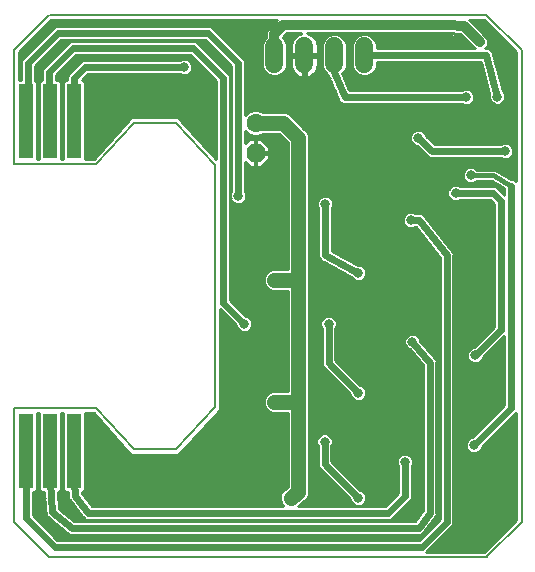
<source format=gbl>
G75*
%MOIN*%
%OFA0B0*%
%FSLAX25Y25*%
%IPPOS*%
%LPD*%
%AMOC8*
5,1,8,0,0,1.08239X$1,22.5*
%
%ADD10C,0.01800*%
%ADD11OC8,0.06300*%
%ADD12C,0.06300*%
%ADD13C,0.05906*%
%ADD14C,0.00600*%
%ADD15C,0.00500*%
%ADD16R,0.05000X0.25000*%
%ADD17R,0.02953X0.02953*%
%ADD18C,0.01000*%
%ADD19C,0.03200*%
%ADD20C,0.02400*%
%ADD21C,0.05000*%
%ADD22C,0.03200*%
%ADD23C,0.01600*%
D10*
X0094998Y0034450D03*
X0094998Y0036950D03*
X0094998Y0039450D03*
X0095028Y0074507D03*
X0095028Y0077007D03*
X0095028Y0079507D03*
X0094999Y0114493D03*
X0094999Y0116993D03*
X0094999Y0119493D03*
D11*
X0085733Y0139954D03*
D12*
X0085733Y0149954D03*
D13*
X0092000Y0169547D02*
X0092000Y0175453D01*
X0102000Y0175453D02*
X0102000Y0169547D01*
X0112000Y0169547D02*
X0112000Y0175453D01*
X0122000Y0175453D02*
X0122000Y0169547D01*
D14*
X0005100Y0055000D02*
X0005100Y0016911D01*
X0016911Y0005100D01*
X0045100Y0041100D02*
X0032600Y0055000D01*
X0005100Y0055000D01*
X0045100Y0041100D02*
X0059100Y0041100D01*
X0072100Y0055100D01*
X0072100Y0136021D01*
X0059100Y0150021D01*
X0045100Y0150021D01*
X0032600Y0136121D01*
X0005100Y0136121D01*
X0005100Y0174250D01*
X0016911Y0186061D01*
X0162580Y0186061D02*
X0174391Y0174250D01*
X0174391Y0016911D01*
X0162580Y0005100D01*
D15*
X0162726Y0005100D02*
X0017100Y0005100D01*
X0017100Y0186021D02*
X0162726Y0186021D01*
D16*
X0025300Y0150500D03*
X0017300Y0150500D03*
X0009300Y0150500D03*
X0009300Y0040500D03*
X0017300Y0040500D03*
X0025300Y0040500D03*
D17*
X0025300Y0030400D03*
X0017300Y0030400D03*
X0009300Y0030400D03*
X0009300Y0160900D03*
X0017300Y0160900D03*
X0025300Y0160900D03*
D18*
X0021700Y0160768D02*
X0020900Y0160768D01*
X0020900Y0161766D02*
X0021700Y0161766D01*
X0021700Y0162765D02*
X0020900Y0162765D01*
X0020900Y0163456D02*
X0020256Y0164100D01*
X0019300Y0164100D01*
X0019300Y0166047D01*
X0025953Y0172700D01*
X0064047Y0172700D01*
X0072700Y0164047D01*
X0072700Y0138020D01*
X0060900Y0150728D01*
X0060900Y0150767D01*
X0060396Y0151271D01*
X0059912Y0151792D01*
X0059873Y0151794D01*
X0059846Y0151821D01*
X0059133Y0151821D01*
X0058422Y0151848D01*
X0058393Y0151821D01*
X0045790Y0151821D01*
X0045749Y0151858D01*
X0045052Y0151821D01*
X0044354Y0151821D01*
X0044315Y0151782D01*
X0044260Y0151779D01*
X0043794Y0151260D01*
X0043300Y0150767D01*
X0043300Y0150712D01*
X0031798Y0137921D01*
X0028900Y0137921D01*
X0028900Y0163456D01*
X0028256Y0164100D01*
X0027853Y0164100D01*
X0029953Y0166200D01*
X0060497Y0166200D01*
X0061463Y0165800D01*
X0062537Y0165800D01*
X0063529Y0166211D01*
X0064289Y0166971D01*
X0064700Y0167963D01*
X0064700Y0169037D01*
X0064289Y0170029D01*
X0063529Y0170789D01*
X0062537Y0171200D01*
X0061463Y0171200D01*
X0060497Y0170800D01*
X0028047Y0170800D01*
X0023000Y0165753D01*
X0023000Y0164100D01*
X0022344Y0164100D01*
X0021700Y0163456D01*
X0021700Y0137921D01*
X0020900Y0137921D01*
X0020900Y0163456D01*
X0020592Y0163763D02*
X0022008Y0163763D01*
X0023000Y0164762D02*
X0019300Y0164762D01*
X0019300Y0165760D02*
X0023008Y0165760D01*
X0024006Y0166759D02*
X0020012Y0166759D01*
X0021010Y0167757D02*
X0025005Y0167757D01*
X0026003Y0168756D02*
X0022009Y0168756D01*
X0023007Y0169754D02*
X0027002Y0169754D01*
X0028000Y0170753D02*
X0024006Y0170753D01*
X0025004Y0171751D02*
X0064996Y0171751D01*
X0065994Y0170753D02*
X0063565Y0170753D01*
X0064403Y0169754D02*
X0066993Y0169754D01*
X0067991Y0168756D02*
X0064700Y0168756D01*
X0064615Y0167757D02*
X0068990Y0167757D01*
X0069988Y0166759D02*
X0064077Y0166759D01*
X0070987Y0165760D02*
X0029513Y0165760D01*
X0028514Y0164762D02*
X0071985Y0164762D01*
X0072700Y0163763D02*
X0028592Y0163763D01*
X0028900Y0162765D02*
X0072700Y0162765D01*
X0072700Y0161766D02*
X0028900Y0161766D01*
X0028900Y0160768D02*
X0072700Y0160768D01*
X0072700Y0159769D02*
X0028900Y0159769D01*
X0028900Y0158771D02*
X0072700Y0158771D01*
X0072700Y0157772D02*
X0028900Y0157772D01*
X0028900Y0156774D02*
X0072700Y0156774D01*
X0072700Y0155775D02*
X0028900Y0155775D01*
X0028900Y0154777D02*
X0072700Y0154777D01*
X0072700Y0153778D02*
X0028900Y0153778D01*
X0028900Y0152780D02*
X0072700Y0152780D01*
X0072700Y0151781D02*
X0059922Y0151781D01*
X0060884Y0150783D02*
X0072700Y0150783D01*
X0072700Y0149784D02*
X0061777Y0149784D01*
X0062704Y0148786D02*
X0072700Y0148786D01*
X0072700Y0147787D02*
X0063631Y0147787D01*
X0064558Y0146789D02*
X0072700Y0146789D01*
X0072700Y0145790D02*
X0065485Y0145790D01*
X0066412Y0144792D02*
X0072700Y0144792D01*
X0072700Y0143793D02*
X0067340Y0143793D01*
X0068267Y0142795D02*
X0072700Y0142795D01*
X0072700Y0141796D02*
X0069194Y0141796D01*
X0070121Y0140798D02*
X0072700Y0140798D01*
X0072700Y0139799D02*
X0071048Y0139799D01*
X0071976Y0138801D02*
X0072700Y0138801D01*
X0077300Y0138801D02*
X0077700Y0138801D01*
X0077700Y0139799D02*
X0077300Y0139799D01*
X0077300Y0140798D02*
X0077700Y0140798D01*
X0077700Y0141796D02*
X0077300Y0141796D01*
X0077300Y0142795D02*
X0077700Y0142795D01*
X0077700Y0143793D02*
X0077300Y0143793D01*
X0077300Y0144792D02*
X0077700Y0144792D01*
X0077700Y0145790D02*
X0077300Y0145790D01*
X0077300Y0146789D02*
X0077700Y0146789D01*
X0077700Y0147787D02*
X0077300Y0147787D01*
X0077300Y0148786D02*
X0077700Y0148786D01*
X0077700Y0149784D02*
X0077300Y0149784D01*
X0077300Y0150783D02*
X0077700Y0150783D01*
X0077700Y0151781D02*
X0077300Y0151781D01*
X0077300Y0152780D02*
X0077700Y0152780D01*
X0077700Y0153778D02*
X0077300Y0153778D01*
X0077300Y0154777D02*
X0077700Y0154777D01*
X0077700Y0155775D02*
X0077300Y0155775D01*
X0077300Y0156774D02*
X0077700Y0156774D01*
X0077700Y0157772D02*
X0077300Y0157772D01*
X0077300Y0158771D02*
X0077700Y0158771D01*
X0077700Y0159769D02*
X0077300Y0159769D01*
X0077300Y0160768D02*
X0077700Y0160768D01*
X0077700Y0161766D02*
X0077300Y0161766D01*
X0077300Y0162765D02*
X0077700Y0162765D01*
X0077700Y0163763D02*
X0077300Y0163763D01*
X0077300Y0164762D02*
X0077700Y0164762D01*
X0077700Y0165760D02*
X0077300Y0165760D01*
X0077300Y0165953D02*
X0075953Y0167300D01*
X0065953Y0177300D01*
X0024047Y0177300D01*
X0022700Y0175953D01*
X0014700Y0167953D01*
X0014700Y0164100D01*
X0014344Y0164100D01*
X0013700Y0163456D01*
X0013700Y0137921D01*
X0012900Y0137921D01*
X0012900Y0163456D01*
X0012300Y0164056D01*
X0012300Y0169047D01*
X0020953Y0177700D01*
X0069047Y0177700D01*
X0077700Y0169047D01*
X0077700Y0127099D01*
X0077300Y0126133D01*
X0077300Y0125059D01*
X0077711Y0124067D01*
X0078471Y0123307D01*
X0079463Y0122896D01*
X0080537Y0122896D01*
X0081529Y0123307D01*
X0082289Y0124067D01*
X0082700Y0125059D01*
X0082700Y0126133D01*
X0082300Y0127099D01*
X0082300Y0136811D01*
X0083807Y0135304D01*
X0085433Y0135304D01*
X0085433Y0139654D01*
X0086033Y0139654D01*
X0086033Y0135304D01*
X0087659Y0135304D01*
X0090383Y0138028D01*
X0090383Y0139654D01*
X0086033Y0139654D01*
X0086033Y0140254D01*
X0090383Y0140254D01*
X0090383Y0141880D01*
X0087659Y0144604D01*
X0086033Y0144604D01*
X0086033Y0140254D01*
X0085433Y0140254D01*
X0085433Y0144604D01*
X0083807Y0144604D01*
X0082300Y0143097D01*
X0082300Y0147377D01*
X0083326Y0146351D01*
X0084888Y0145704D01*
X0086578Y0145704D01*
X0088140Y0146351D01*
X0088143Y0146354D01*
X0093555Y0146354D01*
X0096400Y0143509D01*
X0096400Y0101100D01*
X0091284Y0101100D01*
X0089961Y0100552D01*
X0088948Y0099539D01*
X0088400Y0098216D01*
X0088400Y0096784D01*
X0088948Y0095461D01*
X0089961Y0094448D01*
X0091284Y0093900D01*
X0096400Y0093900D01*
X0096400Y0060600D01*
X0091284Y0060600D01*
X0089961Y0060052D01*
X0088948Y0059039D01*
X0088400Y0057716D01*
X0088400Y0056284D01*
X0088948Y0054961D01*
X0089961Y0053948D01*
X0091284Y0053400D01*
X0096400Y0053400D01*
X0096400Y0028730D01*
X0094692Y0027364D01*
X0094001Y0026109D01*
X0093843Y0024686D01*
X0094242Y0023310D01*
X0095050Y0022300D01*
X0031122Y0022300D01*
X0027808Y0026545D01*
X0027789Y0026900D01*
X0028256Y0026900D01*
X0028900Y0027544D01*
X0028900Y0053200D01*
X0031798Y0053200D01*
X0043300Y0040410D01*
X0043300Y0040354D01*
X0043794Y0039861D01*
X0044260Y0039342D01*
X0044315Y0039339D01*
X0044354Y0039300D01*
X0045052Y0039300D01*
X0045749Y0039263D01*
X0045790Y0039300D01*
X0058393Y0039300D01*
X0058422Y0039274D01*
X0059133Y0039300D01*
X0059846Y0039300D01*
X0059873Y0039327D01*
X0059912Y0039329D01*
X0060396Y0039851D01*
X0060900Y0040354D01*
X0060900Y0040393D01*
X0073396Y0053851D01*
X0073900Y0054354D01*
X0073900Y0054393D01*
X0073926Y0054422D01*
X0073900Y0055133D01*
X0073900Y0087847D01*
X0079311Y0082436D01*
X0079711Y0081471D01*
X0080471Y0080711D01*
X0081463Y0080300D01*
X0082537Y0080300D01*
X0083529Y0080711D01*
X0084289Y0081471D01*
X0084700Y0082463D01*
X0084700Y0083537D01*
X0084289Y0084529D01*
X0083529Y0085289D01*
X0082564Y0085689D01*
X0077300Y0090953D01*
X0077300Y0165953D01*
X0077700Y0166759D02*
X0076494Y0166759D01*
X0075495Y0167757D02*
X0077700Y0167757D01*
X0077700Y0168756D02*
X0074497Y0168756D01*
X0073498Y0169754D02*
X0076993Y0169754D01*
X0075994Y0170753D02*
X0072500Y0170753D01*
X0071501Y0171751D02*
X0074996Y0171751D01*
X0073997Y0172750D02*
X0070503Y0172750D01*
X0069504Y0173748D02*
X0072999Y0173748D01*
X0072000Y0174747D02*
X0068506Y0174747D01*
X0067507Y0175745D02*
X0071002Y0175745D01*
X0070003Y0176744D02*
X0066509Y0176744D01*
X0071516Y0181737D02*
X0090418Y0181737D01*
X0089711Y0181029D02*
X0089300Y0180037D01*
X0089300Y0178484D01*
X0088564Y0177748D01*
X0087947Y0176259D01*
X0087947Y0172840D01*
X0087893Y0172709D01*
X0087893Y0171277D01*
X0087947Y0171146D01*
X0087947Y0168741D01*
X0088564Y0167252D01*
X0089704Y0166111D01*
X0091194Y0165494D01*
X0092806Y0165494D01*
X0094296Y0166111D01*
X0095436Y0167252D01*
X0096053Y0168741D01*
X0096053Y0176259D01*
X0095436Y0177748D01*
X0094751Y0178433D01*
X0096118Y0179800D01*
X0100984Y0179800D01*
X0100957Y0179796D01*
X0100291Y0179579D01*
X0099666Y0179261D01*
X0099099Y0178849D01*
X0098604Y0178354D01*
X0098192Y0177787D01*
X0097873Y0177162D01*
X0097657Y0176495D01*
X0097547Y0175803D01*
X0097547Y0172984D01*
X0101516Y0172984D01*
X0101516Y0172016D01*
X0102484Y0172016D01*
X0102484Y0165116D01*
X0103043Y0165204D01*
X0103709Y0165421D01*
X0104334Y0165739D01*
X0104901Y0166151D01*
X0105396Y0166646D01*
X0105808Y0167213D01*
X0106127Y0167838D01*
X0106343Y0168505D01*
X0106453Y0169197D01*
X0106453Y0172016D01*
X0102484Y0172016D01*
X0102484Y0172984D01*
X0106453Y0172984D01*
X0106453Y0175803D01*
X0106343Y0176495D01*
X0106127Y0177162D01*
X0105808Y0177787D01*
X0105396Y0178354D01*
X0104901Y0178849D01*
X0104334Y0179261D01*
X0103709Y0179579D01*
X0103043Y0179796D01*
X0103016Y0179800D01*
X0149936Y0179800D01*
X0153936Y0179609D01*
X0158211Y0175335D01*
X0158746Y0174800D01*
X0126053Y0174800D01*
X0126053Y0176259D01*
X0125436Y0177748D01*
X0124296Y0178889D01*
X0122806Y0179505D01*
X0121194Y0179505D01*
X0119704Y0178889D01*
X0118564Y0177748D01*
X0117947Y0176259D01*
X0117947Y0168741D01*
X0118564Y0167252D01*
X0119704Y0166111D01*
X0121194Y0165494D01*
X0122806Y0165494D01*
X0124296Y0166111D01*
X0125436Y0167252D01*
X0126053Y0168741D01*
X0126053Y0170200D01*
X0160743Y0170200D01*
X0163652Y0159534D01*
X0163550Y0159287D01*
X0163550Y0158213D01*
X0163961Y0157221D01*
X0164721Y0156461D01*
X0165713Y0156050D01*
X0166787Y0156050D01*
X0167779Y0156461D01*
X0168539Y0157221D01*
X0168950Y0158213D01*
X0168950Y0159287D01*
X0168539Y0160279D01*
X0168096Y0160722D01*
X0164800Y0172808D01*
X0164800Y0173453D01*
X0164558Y0173694D01*
X0164468Y0174024D01*
X0163909Y0174344D01*
X0163453Y0174800D01*
X0163111Y0174800D01*
X0162814Y0174970D01*
X0162277Y0174823D01*
X0162789Y0175335D01*
X0163200Y0176327D01*
X0163200Y0177401D01*
X0162789Y0178394D01*
X0162029Y0179153D01*
X0157062Y0184120D01*
X0156925Y0184271D01*
X0161824Y0184271D01*
X0172591Y0173504D01*
X0172591Y0130661D01*
X0171953Y0131300D01*
X0170828Y0131300D01*
X0166170Y0134017D01*
X0165787Y0134400D01*
X0165514Y0134400D01*
X0165278Y0134538D01*
X0164754Y0134400D01*
X0159418Y0134400D01*
X0159029Y0134789D01*
X0158037Y0135200D01*
X0156963Y0135200D01*
X0155971Y0134789D01*
X0155211Y0134029D01*
X0154800Y0133037D01*
X0154800Y0131963D01*
X0155211Y0130971D01*
X0155971Y0130211D01*
X0156963Y0129800D01*
X0158037Y0129800D01*
X0159029Y0130211D01*
X0159418Y0130600D01*
X0164486Y0130600D01*
X0168700Y0128142D01*
X0168700Y0126053D01*
X0168453Y0126300D01*
X0165953Y0128800D01*
X0154003Y0128800D01*
X0153037Y0129200D01*
X0151963Y0129200D01*
X0150971Y0128789D01*
X0150211Y0128029D01*
X0150165Y0127917D01*
X0149700Y0127453D01*
X0149700Y0125547D01*
X0150165Y0125083D01*
X0150211Y0124971D01*
X0150971Y0124211D01*
X0151963Y0123800D01*
X0153037Y0123800D01*
X0154003Y0124200D01*
X0164047Y0124200D01*
X0165200Y0123047D01*
X0165200Y0081953D01*
X0158436Y0075189D01*
X0157471Y0074789D01*
X0156711Y0074029D01*
X0156300Y0073037D01*
X0156300Y0071963D01*
X0156711Y0070971D01*
X0157471Y0070211D01*
X0158463Y0069800D01*
X0159537Y0069800D01*
X0160529Y0070211D01*
X0161289Y0070971D01*
X0161689Y0071936D01*
X0168700Y0078947D01*
X0168700Y0055953D01*
X0157936Y0045189D01*
X0156971Y0044789D01*
X0156211Y0044029D01*
X0155800Y0043037D01*
X0155800Y0041963D01*
X0156211Y0040971D01*
X0156971Y0040211D01*
X0157963Y0039800D01*
X0159037Y0039800D01*
X0160029Y0040211D01*
X0160789Y0040971D01*
X0161189Y0041936D01*
X0171953Y0052700D01*
X0172591Y0053339D01*
X0172591Y0017657D01*
X0161785Y0006850D01*
X0142603Y0006850D01*
X0151700Y0015947D01*
X0151700Y0105663D01*
X0151797Y0106473D01*
X0151700Y0106596D01*
X0151700Y0106753D01*
X0151123Y0107329D01*
X0142500Y0118296D01*
X0142500Y0118453D01*
X0141923Y0119029D01*
X0141419Y0119671D01*
X0141263Y0119689D01*
X0141153Y0119800D01*
X0140337Y0119800D01*
X0139527Y0119897D01*
X0139404Y0119800D01*
X0139003Y0119800D01*
X0138037Y0120200D01*
X0136963Y0120200D01*
X0135971Y0119789D01*
X0135211Y0119029D01*
X0134800Y0118037D01*
X0134800Y0116963D01*
X0135211Y0115971D01*
X0135971Y0115211D01*
X0136963Y0114800D01*
X0138037Y0114800D01*
X0139003Y0115200D01*
X0139083Y0115200D01*
X0147100Y0105004D01*
X0147100Y0017853D01*
X0140297Y0011050D01*
X0019703Y0011050D01*
X0011600Y0019153D01*
X0011600Y0026900D01*
X0012256Y0026900D01*
X0012900Y0027544D01*
X0012900Y0053200D01*
X0013700Y0053200D01*
X0013700Y0027544D01*
X0014344Y0026900D01*
X0015251Y0026900D01*
X0015690Y0020937D01*
X0015661Y0020902D01*
X0015759Y0019993D01*
X0015826Y0019081D01*
X0015860Y0019052D01*
X0015865Y0019007D01*
X0016576Y0018434D01*
X0017269Y0017836D01*
X0017313Y0017840D01*
X0022961Y0013287D01*
X0023547Y0012700D01*
X0023688Y0012700D01*
X0023798Y0012611D01*
X0024623Y0012700D01*
X0139422Y0012700D01*
X0139468Y0012666D01*
X0139701Y0012700D01*
X0141032Y0012700D01*
X0141259Y0012927D01*
X0141353Y0012940D01*
X0141590Y0013258D01*
X0142379Y0014047D01*
X0142379Y0014316D01*
X0145494Y0018491D01*
X0146050Y0019047D01*
X0146050Y0019237D01*
X0146163Y0019388D01*
X0146050Y0020166D01*
X0146050Y0069887D01*
X0146132Y0070723D01*
X0146050Y0070823D01*
X0146050Y0070953D01*
X0145456Y0071547D01*
X0140710Y0077326D01*
X0140710Y0077527D01*
X0140299Y0078519D01*
X0139539Y0079279D01*
X0138547Y0079690D01*
X0137473Y0079690D01*
X0136481Y0079279D01*
X0135721Y0078519D01*
X0135310Y0077527D01*
X0135310Y0076453D01*
X0135721Y0075461D01*
X0136481Y0074701D01*
X0137137Y0074429D01*
X0141450Y0069177D01*
X0141450Y0020763D01*
X0138866Y0017300D01*
X0025312Y0017300D01*
X0020271Y0021364D01*
X0019864Y0026900D01*
X0020256Y0026900D01*
X0020900Y0027544D01*
X0020900Y0053200D01*
X0021700Y0053200D01*
X0021700Y0027544D01*
X0022344Y0026900D01*
X0023183Y0026900D01*
X0023242Y0025780D01*
X0023151Y0025036D01*
X0023292Y0024855D01*
X0023304Y0024626D01*
X0023862Y0024125D01*
X0027700Y0019209D01*
X0027700Y0019047D01*
X0028274Y0018473D01*
X0028773Y0017834D01*
X0028933Y0017814D01*
X0029047Y0017700D01*
X0029859Y0017700D01*
X0030664Y0017601D01*
X0030791Y0017700D01*
X0130953Y0017700D01*
X0137820Y0024567D01*
X0137820Y0035477D01*
X0138220Y0036443D01*
X0138220Y0037517D01*
X0137809Y0038509D01*
X0137049Y0039269D01*
X0136057Y0039680D01*
X0134983Y0039680D01*
X0133991Y0039269D01*
X0133231Y0038509D01*
X0132820Y0037517D01*
X0132820Y0036443D01*
X0133220Y0035477D01*
X0133220Y0026473D01*
X0129047Y0022300D01*
X0099888Y0022300D01*
X0101850Y0023870D01*
X0102039Y0023948D01*
X0102405Y0024313D01*
X0102808Y0024636D01*
X0102907Y0024816D01*
X0103052Y0024961D01*
X0103250Y0025438D01*
X0103499Y0025891D01*
X0103522Y0026095D01*
X0103600Y0026284D01*
X0103600Y0026801D01*
X0103657Y0027314D01*
X0103600Y0027511D01*
X0103600Y0145716D01*
X0103052Y0147039D01*
X0102039Y0148052D01*
X0097085Y0153006D01*
X0095762Y0153554D01*
X0088143Y0153554D01*
X0088140Y0153557D01*
X0086578Y0154204D01*
X0084888Y0154204D01*
X0083326Y0153557D01*
X0082300Y0152532D01*
X0082300Y0170953D01*
X0070953Y0182300D01*
X0019047Y0182300D01*
X0017700Y0180953D01*
X0007700Y0170953D01*
X0007700Y0164100D01*
X0006900Y0164100D01*
X0006900Y0173504D01*
X0017667Y0184271D01*
X0092953Y0184271D01*
X0092711Y0184029D01*
X0089711Y0181029D01*
X0089590Y0180738D02*
X0072515Y0180738D01*
X0073513Y0179739D02*
X0089300Y0179739D01*
X0089300Y0178741D02*
X0074512Y0178741D01*
X0075510Y0177742D02*
X0088562Y0177742D01*
X0088148Y0176744D02*
X0076509Y0176744D01*
X0077507Y0175745D02*
X0087947Y0175745D01*
X0087947Y0174747D02*
X0078506Y0174747D01*
X0079504Y0173748D02*
X0087947Y0173748D01*
X0087910Y0172750D02*
X0080503Y0172750D01*
X0081501Y0171751D02*
X0087893Y0171751D01*
X0087947Y0170753D02*
X0082300Y0170753D01*
X0082300Y0169754D02*
X0087947Y0169754D01*
X0087947Y0168756D02*
X0082300Y0168756D01*
X0082300Y0167757D02*
X0088355Y0167757D01*
X0089057Y0166759D02*
X0082300Y0166759D01*
X0082300Y0165760D02*
X0090552Y0165760D01*
X0093448Y0165760D02*
X0099637Y0165760D01*
X0099666Y0165739D02*
X0100291Y0165421D01*
X0100957Y0165204D01*
X0101516Y0165116D01*
X0101516Y0172016D01*
X0097547Y0172016D01*
X0097547Y0169197D01*
X0097657Y0168505D01*
X0097873Y0167838D01*
X0098192Y0167213D01*
X0098604Y0166646D01*
X0099099Y0166151D01*
X0099666Y0165739D01*
X0098522Y0166759D02*
X0094943Y0166759D01*
X0095645Y0167757D02*
X0097915Y0167757D01*
X0097617Y0168756D02*
X0096053Y0168756D01*
X0096053Y0169754D02*
X0097547Y0169754D01*
X0097547Y0170753D02*
X0096053Y0170753D01*
X0096053Y0171751D02*
X0097547Y0171751D01*
X0096053Y0172750D02*
X0101516Y0172750D01*
X0102484Y0172750D02*
X0107947Y0172750D01*
X0107947Y0173748D02*
X0106453Y0173748D01*
X0106453Y0174747D02*
X0107947Y0174747D01*
X0107947Y0175745D02*
X0106453Y0175745D01*
X0106262Y0176744D02*
X0108148Y0176744D01*
X0107947Y0176259D02*
X0107947Y0168741D01*
X0108564Y0167252D01*
X0109700Y0166116D01*
X0109700Y0166047D01*
X0110048Y0165699D01*
X0113200Y0158045D01*
X0113200Y0157547D01*
X0113548Y0157199D01*
X0113736Y0156743D01*
X0114195Y0156552D01*
X0114547Y0156200D01*
X0115040Y0156200D01*
X0115495Y0156011D01*
X0115955Y0156200D01*
X0154507Y0156200D01*
X0155473Y0155800D01*
X0156547Y0155800D01*
X0157539Y0156211D01*
X0158299Y0156971D01*
X0158710Y0157963D01*
X0158710Y0159037D01*
X0158299Y0160029D01*
X0157539Y0160789D01*
X0156547Y0161200D01*
X0155473Y0161200D01*
X0154507Y0160800D01*
X0117040Y0160800D01*
X0114691Y0166506D01*
X0115436Y0167252D01*
X0116053Y0168741D01*
X0116053Y0176259D01*
X0115436Y0177748D01*
X0114296Y0178889D01*
X0112806Y0179505D01*
X0111194Y0179505D01*
X0109704Y0178889D01*
X0108564Y0177748D01*
X0107947Y0176259D01*
X0108562Y0177742D02*
X0105831Y0177742D01*
X0105009Y0178741D02*
X0109557Y0178741D01*
X0114443Y0178741D02*
X0119557Y0178741D01*
X0118562Y0177742D02*
X0115438Y0177742D01*
X0115852Y0176744D02*
X0118148Y0176744D01*
X0117947Y0175745D02*
X0116053Y0175745D01*
X0116053Y0174747D02*
X0117947Y0174747D01*
X0117947Y0173748D02*
X0116053Y0173748D01*
X0116053Y0172750D02*
X0117947Y0172750D01*
X0117947Y0171751D02*
X0116053Y0171751D01*
X0116053Y0170753D02*
X0117947Y0170753D01*
X0117947Y0169754D02*
X0116053Y0169754D01*
X0116053Y0168756D02*
X0117947Y0168756D01*
X0118355Y0167757D02*
X0115645Y0167757D01*
X0114943Y0166759D02*
X0119057Y0166759D01*
X0120552Y0165760D02*
X0114998Y0165760D01*
X0115409Y0164762D02*
X0162226Y0164762D01*
X0161954Y0165760D02*
X0123448Y0165760D01*
X0124943Y0166759D02*
X0161682Y0166759D01*
X0161409Y0167757D02*
X0125645Y0167757D01*
X0126053Y0168756D02*
X0161137Y0168756D01*
X0160865Y0169754D02*
X0126053Y0169754D01*
X0126053Y0175745D02*
X0157800Y0175745D01*
X0156802Y0176744D02*
X0125852Y0176744D01*
X0125438Y0177742D02*
X0155803Y0177742D01*
X0154805Y0178741D02*
X0124443Y0178741D01*
X0109987Y0165760D02*
X0104363Y0165760D01*
X0105478Y0166759D02*
X0109057Y0166759D01*
X0108355Y0167757D02*
X0106085Y0167757D01*
X0106383Y0168756D02*
X0107947Y0168756D01*
X0107947Y0169754D02*
X0106453Y0169754D01*
X0106453Y0170753D02*
X0107947Y0170753D01*
X0107947Y0171751D02*
X0106453Y0171751D01*
X0102484Y0171751D02*
X0101516Y0171751D01*
X0101516Y0170753D02*
X0102484Y0170753D01*
X0102484Y0169754D02*
X0101516Y0169754D01*
X0101516Y0168756D02*
X0102484Y0168756D01*
X0102484Y0167757D02*
X0101516Y0167757D01*
X0101516Y0166759D02*
X0102484Y0166759D01*
X0102484Y0165760D02*
X0101516Y0165760D01*
X0110434Y0164762D02*
X0082300Y0164762D01*
X0082300Y0163763D02*
X0110845Y0163763D01*
X0111257Y0162765D02*
X0082300Y0162765D01*
X0082300Y0161766D02*
X0111668Y0161766D01*
X0112079Y0160768D02*
X0082300Y0160768D01*
X0082300Y0159769D02*
X0112490Y0159769D01*
X0112901Y0158771D02*
X0082300Y0158771D01*
X0082300Y0157772D02*
X0113200Y0157772D01*
X0113723Y0156774D02*
X0082300Y0156774D01*
X0082300Y0155775D02*
X0172591Y0155775D01*
X0172591Y0154777D02*
X0082300Y0154777D01*
X0082300Y0153778D02*
X0083859Y0153778D01*
X0082548Y0152780D02*
X0082300Y0152780D01*
X0087607Y0153778D02*
X0172591Y0153778D01*
X0172591Y0152780D02*
X0097311Y0152780D01*
X0098310Y0151781D02*
X0172591Y0151781D01*
X0172591Y0150783D02*
X0099309Y0150783D01*
X0100307Y0149784D02*
X0172591Y0149784D01*
X0172591Y0148786D02*
X0101306Y0148786D01*
X0102304Y0147787D02*
X0172591Y0147787D01*
X0172591Y0146789D02*
X0142030Y0146789D01*
X0142289Y0146529D02*
X0141529Y0147289D01*
X0140537Y0147700D01*
X0139463Y0147700D01*
X0138471Y0147289D01*
X0137711Y0146529D01*
X0137300Y0145537D01*
X0137300Y0144463D01*
X0137711Y0143471D01*
X0138471Y0142711D01*
X0139436Y0142311D01*
X0142200Y0139547D01*
X0143547Y0138200D01*
X0167497Y0138200D01*
X0168463Y0137800D01*
X0169537Y0137800D01*
X0170529Y0138211D01*
X0171289Y0138971D01*
X0171700Y0139963D01*
X0171700Y0141037D01*
X0171289Y0142029D01*
X0170529Y0142789D01*
X0169537Y0143200D01*
X0168463Y0143200D01*
X0167497Y0142800D01*
X0145453Y0142800D01*
X0142689Y0145564D01*
X0142289Y0146529D01*
X0142595Y0145790D02*
X0172591Y0145790D01*
X0172591Y0144792D02*
X0143461Y0144792D01*
X0144460Y0143793D02*
X0172591Y0143793D01*
X0172591Y0142795D02*
X0170516Y0142795D01*
X0171386Y0141796D02*
X0172591Y0141796D01*
X0172591Y0140798D02*
X0171700Y0140798D01*
X0171632Y0139799D02*
X0172591Y0139799D01*
X0172591Y0138801D02*
X0171119Y0138801D01*
X0172591Y0137802D02*
X0169542Y0137802D01*
X0168458Y0137802D02*
X0103600Y0137802D01*
X0103600Y0138801D02*
X0142947Y0138801D01*
X0141948Y0139799D02*
X0103600Y0139799D01*
X0103600Y0140798D02*
X0140950Y0140798D01*
X0139951Y0141796D02*
X0103600Y0141796D01*
X0103600Y0142795D02*
X0138387Y0142795D01*
X0137577Y0143793D02*
X0103600Y0143793D01*
X0103600Y0144792D02*
X0137300Y0144792D01*
X0137405Y0145790D02*
X0103569Y0145790D01*
X0103156Y0146789D02*
X0137970Y0146789D01*
X0155119Y0133808D02*
X0103600Y0133808D01*
X0103600Y0134806D02*
X0156013Y0134806D01*
X0154800Y0132809D02*
X0103600Y0132809D01*
X0103600Y0131811D02*
X0154863Y0131811D01*
X0155369Y0130812D02*
X0103600Y0130812D01*
X0103600Y0129814D02*
X0156929Y0129814D01*
X0158071Y0129814D02*
X0165834Y0129814D01*
X0167546Y0128815D02*
X0153966Y0128815D01*
X0151034Y0128815D02*
X0103600Y0128815D01*
X0103600Y0127817D02*
X0150064Y0127817D01*
X0149700Y0126818D02*
X0103600Y0126818D01*
X0103600Y0125820D02*
X0149700Y0125820D01*
X0150360Y0124821D02*
X0110997Y0124821D01*
X0111289Y0124529D02*
X0110529Y0125289D01*
X0109537Y0125700D01*
X0108463Y0125700D01*
X0107471Y0125289D01*
X0106711Y0124529D01*
X0106300Y0123537D01*
X0106300Y0122463D01*
X0106700Y0121497D01*
X0106700Y0106586D01*
X0106525Y0106265D01*
X0106700Y0105669D01*
X0106700Y0105047D01*
X0106959Y0104788D01*
X0107062Y0104437D01*
X0107608Y0104139D01*
X0108047Y0103700D01*
X0108414Y0103700D01*
X0117626Y0098675D01*
X0117711Y0098471D01*
X0118471Y0097711D01*
X0119463Y0097300D01*
X0120537Y0097300D01*
X0121529Y0097711D01*
X0122289Y0098471D01*
X0122700Y0099463D01*
X0122700Y0100537D01*
X0122289Y0101529D01*
X0121529Y0102289D01*
X0120537Y0102700D01*
X0119853Y0102700D01*
X0111300Y0107365D01*
X0111300Y0121497D01*
X0111700Y0122463D01*
X0111700Y0123537D01*
X0111289Y0124529D01*
X0111582Y0123823D02*
X0151908Y0123823D01*
X0153092Y0123823D02*
X0164424Y0123823D01*
X0165200Y0122824D02*
X0111700Y0122824D01*
X0111436Y0121826D02*
X0165200Y0121826D01*
X0165200Y0120827D02*
X0111300Y0120827D01*
X0111300Y0119829D02*
X0136067Y0119829D01*
X0135129Y0118830D02*
X0111300Y0118830D01*
X0111300Y0117832D02*
X0134800Y0117832D01*
X0134854Y0116833D02*
X0111300Y0116833D01*
X0111300Y0115835D02*
X0135347Y0115835D01*
X0136875Y0114836D02*
X0111300Y0114836D01*
X0111300Y0113838D02*
X0140154Y0113838D01*
X0139369Y0114836D02*
X0138125Y0114836D01*
X0140939Y0112839D02*
X0111300Y0112839D01*
X0111300Y0111841D02*
X0141724Y0111841D01*
X0142509Y0110842D02*
X0111300Y0110842D01*
X0111300Y0109844D02*
X0143294Y0109844D01*
X0144080Y0108845D02*
X0111300Y0108845D01*
X0111300Y0107847D02*
X0144865Y0107847D01*
X0145650Y0106848D02*
X0112248Y0106848D01*
X0114079Y0105850D02*
X0146435Y0105850D01*
X0147100Y0104851D02*
X0115909Y0104851D01*
X0117740Y0103853D02*
X0147100Y0103853D01*
X0147100Y0102854D02*
X0119571Y0102854D01*
X0121963Y0101856D02*
X0147100Y0101856D01*
X0147100Y0100857D02*
X0122567Y0100857D01*
X0122700Y0099859D02*
X0147100Y0099859D01*
X0147100Y0098860D02*
X0122450Y0098860D01*
X0121680Y0097862D02*
X0147100Y0097862D01*
X0147100Y0096863D02*
X0103600Y0096863D01*
X0103600Y0095865D02*
X0147100Y0095865D01*
X0147100Y0094866D02*
X0103600Y0094866D01*
X0103600Y0093868D02*
X0147100Y0093868D01*
X0147100Y0092869D02*
X0103600Y0092869D01*
X0103600Y0091870D02*
X0147100Y0091870D01*
X0147100Y0090872D02*
X0103600Y0090872D01*
X0103600Y0089873D02*
X0147100Y0089873D01*
X0147100Y0088875D02*
X0103600Y0088875D01*
X0103600Y0087876D02*
X0147100Y0087876D01*
X0147100Y0086878D02*
X0103600Y0086878D01*
X0103600Y0085879D02*
X0147100Y0085879D01*
X0147100Y0084881D02*
X0111937Y0084881D01*
X0111595Y0085223D02*
X0110603Y0085634D01*
X0109529Y0085634D01*
X0108536Y0085223D01*
X0107777Y0084464D01*
X0107366Y0083471D01*
X0107366Y0082397D01*
X0107766Y0081431D01*
X0107766Y0068981D01*
X0109113Y0067634D01*
X0117311Y0059436D01*
X0117711Y0058471D01*
X0118471Y0057711D01*
X0119463Y0057300D01*
X0120537Y0057300D01*
X0121529Y0057711D01*
X0122289Y0058471D01*
X0122700Y0059463D01*
X0122700Y0060537D01*
X0122289Y0061529D01*
X0121529Y0062289D01*
X0120564Y0062689D01*
X0112366Y0070887D01*
X0112366Y0081431D01*
X0112766Y0082397D01*
X0112766Y0083471D01*
X0112355Y0084464D01*
X0111595Y0085223D01*
X0112596Y0083882D02*
X0147100Y0083882D01*
X0147100Y0082884D02*
X0112766Y0082884D01*
X0112554Y0081885D02*
X0147100Y0081885D01*
X0147100Y0080887D02*
X0112366Y0080887D01*
X0112366Y0079888D02*
X0147100Y0079888D01*
X0147100Y0078890D02*
X0139929Y0078890D01*
X0140559Y0077891D02*
X0147100Y0077891D01*
X0147100Y0076893D02*
X0141066Y0076893D01*
X0141886Y0075894D02*
X0147100Y0075894D01*
X0147100Y0074896D02*
X0142706Y0074896D01*
X0143526Y0073897D02*
X0147100Y0073897D01*
X0147100Y0072899D02*
X0144346Y0072899D01*
X0145166Y0071900D02*
X0147100Y0071900D01*
X0147100Y0070902D02*
X0146050Y0070902D01*
X0146052Y0069903D02*
X0147100Y0069903D01*
X0147100Y0068905D02*
X0146050Y0068905D01*
X0146050Y0067906D02*
X0147100Y0067906D01*
X0147100Y0066908D02*
X0146050Y0066908D01*
X0146050Y0065909D02*
X0147100Y0065909D01*
X0147100Y0064911D02*
X0146050Y0064911D01*
X0146050Y0063912D02*
X0147100Y0063912D01*
X0147100Y0062914D02*
X0146050Y0062914D01*
X0146050Y0061915D02*
X0147100Y0061915D01*
X0147100Y0060917D02*
X0146050Y0060917D01*
X0146050Y0059918D02*
X0147100Y0059918D01*
X0147100Y0058920D02*
X0146050Y0058920D01*
X0146050Y0057921D02*
X0147100Y0057921D01*
X0147100Y0056923D02*
X0146050Y0056923D01*
X0146050Y0055924D02*
X0147100Y0055924D01*
X0147100Y0054926D02*
X0146050Y0054926D01*
X0146050Y0053927D02*
X0147100Y0053927D01*
X0147100Y0052929D02*
X0146050Y0052929D01*
X0146050Y0051930D02*
X0147100Y0051930D01*
X0147100Y0050932D02*
X0146050Y0050932D01*
X0146050Y0049933D02*
X0147100Y0049933D01*
X0147100Y0048934D02*
X0146050Y0048934D01*
X0146050Y0047936D02*
X0147100Y0047936D01*
X0147100Y0046937D02*
X0146050Y0046937D01*
X0146050Y0045939D02*
X0147100Y0045939D01*
X0147100Y0044940D02*
X0146050Y0044940D01*
X0146050Y0043942D02*
X0147100Y0043942D01*
X0147100Y0042943D02*
X0146050Y0042943D01*
X0146050Y0041945D02*
X0147100Y0041945D01*
X0147100Y0040946D02*
X0146050Y0040946D01*
X0146050Y0039948D02*
X0147100Y0039948D01*
X0147100Y0038949D02*
X0146050Y0038949D01*
X0146050Y0037951D02*
X0147100Y0037951D01*
X0147100Y0036952D02*
X0146050Y0036952D01*
X0146050Y0035954D02*
X0147100Y0035954D01*
X0147100Y0034955D02*
X0146050Y0034955D01*
X0146050Y0033957D02*
X0147100Y0033957D01*
X0147100Y0032958D02*
X0146050Y0032958D01*
X0146050Y0031960D02*
X0147100Y0031960D01*
X0147100Y0030961D02*
X0146050Y0030961D01*
X0146050Y0029963D02*
X0147100Y0029963D01*
X0147100Y0028964D02*
X0146050Y0028964D01*
X0146050Y0027966D02*
X0147100Y0027966D01*
X0147100Y0026967D02*
X0146050Y0026967D01*
X0146050Y0025969D02*
X0147100Y0025969D01*
X0147100Y0024970D02*
X0146050Y0024970D01*
X0146050Y0023972D02*
X0147100Y0023972D01*
X0147100Y0022973D02*
X0146050Y0022973D01*
X0146050Y0021975D02*
X0147100Y0021975D01*
X0147100Y0020976D02*
X0146050Y0020976D01*
X0146077Y0019978D02*
X0147100Y0019978D01*
X0147100Y0018979D02*
X0145982Y0018979D01*
X0145113Y0017981D02*
X0147100Y0017981D01*
X0146229Y0016982D02*
X0144368Y0016982D01*
X0143623Y0015984D02*
X0145231Y0015984D01*
X0144232Y0014985D02*
X0142878Y0014985D01*
X0143234Y0013987D02*
X0142319Y0013987D01*
X0142235Y0012988D02*
X0141389Y0012988D01*
X0141237Y0011990D02*
X0018763Y0011990D01*
X0017765Y0012988D02*
X0023259Y0012988D01*
X0022092Y0013987D02*
X0016766Y0013987D01*
X0015768Y0014985D02*
X0020854Y0014985D01*
X0019615Y0015984D02*
X0014769Y0015984D01*
X0013771Y0016982D02*
X0018377Y0016982D01*
X0017101Y0017981D02*
X0012772Y0017981D01*
X0011774Y0018979D02*
X0015900Y0018979D01*
X0015760Y0019978D02*
X0011600Y0019978D01*
X0011600Y0020976D02*
X0015687Y0020976D01*
X0015613Y0021975D02*
X0011600Y0021975D01*
X0011600Y0022973D02*
X0015540Y0022973D01*
X0015466Y0023972D02*
X0011600Y0023972D01*
X0011600Y0024970D02*
X0015393Y0024970D01*
X0015320Y0025969D02*
X0011600Y0025969D01*
X0012323Y0026967D02*
X0014277Y0026967D01*
X0013700Y0027966D02*
X0012900Y0027966D01*
X0012900Y0028964D02*
X0013700Y0028964D01*
X0013700Y0029963D02*
X0012900Y0029963D01*
X0012900Y0030961D02*
X0013700Y0030961D01*
X0013700Y0031960D02*
X0012900Y0031960D01*
X0012900Y0032958D02*
X0013700Y0032958D01*
X0013700Y0033957D02*
X0012900Y0033957D01*
X0012900Y0034955D02*
X0013700Y0034955D01*
X0013700Y0035954D02*
X0012900Y0035954D01*
X0012900Y0036952D02*
X0013700Y0036952D01*
X0013700Y0037951D02*
X0012900Y0037951D01*
X0012900Y0038949D02*
X0013700Y0038949D01*
X0013700Y0039948D02*
X0012900Y0039948D01*
X0012900Y0040946D02*
X0013700Y0040946D01*
X0013700Y0041945D02*
X0012900Y0041945D01*
X0012900Y0042943D02*
X0013700Y0042943D01*
X0013700Y0043942D02*
X0012900Y0043942D01*
X0012900Y0044940D02*
X0013700Y0044940D01*
X0013700Y0045939D02*
X0012900Y0045939D01*
X0012900Y0046937D02*
X0013700Y0046937D01*
X0013700Y0047936D02*
X0012900Y0047936D01*
X0012900Y0048934D02*
X0013700Y0048934D01*
X0013700Y0049933D02*
X0012900Y0049933D01*
X0012900Y0050932D02*
X0013700Y0050932D01*
X0013700Y0051930D02*
X0012900Y0051930D01*
X0012900Y0052929D02*
X0013700Y0052929D01*
X0020900Y0052929D02*
X0021700Y0052929D01*
X0021700Y0051930D02*
X0020900Y0051930D01*
X0020900Y0050932D02*
X0021700Y0050932D01*
X0021700Y0049933D02*
X0020900Y0049933D01*
X0020900Y0048934D02*
X0021700Y0048934D01*
X0021700Y0047936D02*
X0020900Y0047936D01*
X0020900Y0046937D02*
X0021700Y0046937D01*
X0021700Y0045939D02*
X0020900Y0045939D01*
X0020900Y0044940D02*
X0021700Y0044940D01*
X0021700Y0043942D02*
X0020900Y0043942D01*
X0020900Y0042943D02*
X0021700Y0042943D01*
X0021700Y0041945D02*
X0020900Y0041945D01*
X0020900Y0040946D02*
X0021700Y0040946D01*
X0021700Y0039948D02*
X0020900Y0039948D01*
X0020900Y0038949D02*
X0021700Y0038949D01*
X0021700Y0037951D02*
X0020900Y0037951D01*
X0020900Y0036952D02*
X0021700Y0036952D01*
X0021700Y0035954D02*
X0020900Y0035954D01*
X0020900Y0034955D02*
X0021700Y0034955D01*
X0021700Y0033957D02*
X0020900Y0033957D01*
X0020900Y0032958D02*
X0021700Y0032958D01*
X0021700Y0031960D02*
X0020900Y0031960D01*
X0020900Y0030961D02*
X0021700Y0030961D01*
X0021700Y0029963D02*
X0020900Y0029963D01*
X0020900Y0028964D02*
X0021700Y0028964D01*
X0021700Y0027966D02*
X0020900Y0027966D01*
X0020323Y0026967D02*
X0022277Y0026967D01*
X0023232Y0025969D02*
X0019932Y0025969D01*
X0020005Y0024970D02*
X0023202Y0024970D01*
X0023981Y0023972D02*
X0020079Y0023972D01*
X0020152Y0022973D02*
X0024761Y0022973D01*
X0025540Y0021975D02*
X0020226Y0021975D01*
X0020752Y0020976D02*
X0026320Y0020976D01*
X0027100Y0019978D02*
X0021990Y0019978D01*
X0023229Y0018979D02*
X0027768Y0018979D01*
X0028659Y0017981D02*
X0024467Y0017981D01*
X0030597Y0022973D02*
X0094511Y0022973D01*
X0094050Y0023972D02*
X0029817Y0023972D01*
X0029038Y0024970D02*
X0093875Y0024970D01*
X0093985Y0025969D02*
X0028258Y0025969D01*
X0028323Y0026967D02*
X0094474Y0026967D01*
X0095444Y0027966D02*
X0028900Y0027966D01*
X0028900Y0028964D02*
X0096400Y0028964D01*
X0096400Y0029963D02*
X0028900Y0029963D01*
X0028900Y0030961D02*
X0096400Y0030961D01*
X0096400Y0031960D02*
X0028900Y0031960D01*
X0028900Y0032958D02*
X0096400Y0032958D01*
X0096400Y0033957D02*
X0028900Y0033957D01*
X0028900Y0034955D02*
X0096400Y0034955D01*
X0096400Y0035954D02*
X0028900Y0035954D01*
X0028900Y0036952D02*
X0096400Y0036952D01*
X0096400Y0037951D02*
X0028900Y0037951D01*
X0028900Y0038949D02*
X0096400Y0038949D01*
X0096400Y0039948D02*
X0060493Y0039948D01*
X0061414Y0040946D02*
X0096400Y0040946D01*
X0096400Y0041945D02*
X0062341Y0041945D01*
X0063268Y0042943D02*
X0096400Y0042943D01*
X0096400Y0043942D02*
X0064195Y0043942D01*
X0065122Y0044940D02*
X0096400Y0044940D01*
X0096400Y0045939D02*
X0066050Y0045939D01*
X0066977Y0046937D02*
X0096400Y0046937D01*
X0096400Y0047936D02*
X0067904Y0047936D01*
X0068831Y0048934D02*
X0096400Y0048934D01*
X0096400Y0049933D02*
X0069758Y0049933D01*
X0070686Y0050932D02*
X0096400Y0050932D01*
X0096400Y0051930D02*
X0071613Y0051930D01*
X0072540Y0052929D02*
X0096400Y0052929D01*
X0090011Y0053927D02*
X0073473Y0053927D01*
X0073908Y0054926D02*
X0088983Y0054926D01*
X0088549Y0055924D02*
X0073900Y0055924D01*
X0073900Y0056923D02*
X0088400Y0056923D01*
X0088485Y0057921D02*
X0073900Y0057921D01*
X0073900Y0058920D02*
X0088899Y0058920D01*
X0089827Y0059918D02*
X0073900Y0059918D01*
X0073900Y0060917D02*
X0096400Y0060917D01*
X0096400Y0061915D02*
X0073900Y0061915D01*
X0073900Y0062914D02*
X0096400Y0062914D01*
X0096400Y0063912D02*
X0073900Y0063912D01*
X0073900Y0064911D02*
X0096400Y0064911D01*
X0096400Y0065909D02*
X0073900Y0065909D01*
X0073900Y0066908D02*
X0096400Y0066908D01*
X0096400Y0067906D02*
X0073900Y0067906D01*
X0073900Y0068905D02*
X0096400Y0068905D01*
X0096400Y0069903D02*
X0073900Y0069903D01*
X0073900Y0070902D02*
X0096400Y0070902D01*
X0096400Y0071900D02*
X0073900Y0071900D01*
X0073900Y0072899D02*
X0096400Y0072899D01*
X0096400Y0073897D02*
X0073900Y0073897D01*
X0073900Y0074896D02*
X0096400Y0074896D01*
X0096400Y0075894D02*
X0073900Y0075894D01*
X0073900Y0076893D02*
X0096400Y0076893D01*
X0096400Y0077891D02*
X0073900Y0077891D01*
X0073900Y0078890D02*
X0096400Y0078890D01*
X0096400Y0079888D02*
X0073900Y0079888D01*
X0073900Y0080887D02*
X0080295Y0080887D01*
X0079539Y0081885D02*
X0073900Y0081885D01*
X0073900Y0082884D02*
X0078863Y0082884D01*
X0077865Y0083882D02*
X0073900Y0083882D01*
X0073900Y0084881D02*
X0076866Y0084881D01*
X0075868Y0085879D02*
X0073900Y0085879D01*
X0073900Y0086878D02*
X0074869Y0086878D01*
X0078379Y0089873D02*
X0096400Y0089873D01*
X0096400Y0088875D02*
X0079378Y0088875D01*
X0080376Y0087876D02*
X0096400Y0087876D01*
X0096400Y0086878D02*
X0081375Y0086878D01*
X0082373Y0085879D02*
X0096400Y0085879D01*
X0096400Y0084881D02*
X0083937Y0084881D01*
X0084557Y0083882D02*
X0096400Y0083882D01*
X0096400Y0082884D02*
X0084700Y0082884D01*
X0084461Y0081885D02*
X0096400Y0081885D01*
X0096400Y0080887D02*
X0083705Y0080887D01*
X0077381Y0090872D02*
X0096400Y0090872D01*
X0096400Y0091870D02*
X0077300Y0091870D01*
X0077300Y0092869D02*
X0096400Y0092869D01*
X0096400Y0093868D02*
X0077300Y0093868D01*
X0077300Y0094866D02*
X0089543Y0094866D01*
X0088781Y0095865D02*
X0077300Y0095865D01*
X0077300Y0096863D02*
X0088400Y0096863D01*
X0088400Y0097862D02*
X0077300Y0097862D01*
X0077300Y0098860D02*
X0088667Y0098860D01*
X0089267Y0099859D02*
X0077300Y0099859D01*
X0077300Y0100857D02*
X0090698Y0100857D01*
X0096400Y0101856D02*
X0077300Y0101856D01*
X0077300Y0102854D02*
X0096400Y0102854D01*
X0096400Y0103853D02*
X0077300Y0103853D01*
X0077300Y0104851D02*
X0096400Y0104851D01*
X0096400Y0105850D02*
X0077300Y0105850D01*
X0077300Y0106848D02*
X0096400Y0106848D01*
X0096400Y0107847D02*
X0077300Y0107847D01*
X0077300Y0108845D02*
X0096400Y0108845D01*
X0096400Y0109844D02*
X0077300Y0109844D01*
X0077300Y0110842D02*
X0096400Y0110842D01*
X0096400Y0111841D02*
X0077300Y0111841D01*
X0077300Y0112839D02*
X0096400Y0112839D01*
X0096400Y0113838D02*
X0077300Y0113838D01*
X0077300Y0114836D02*
X0096400Y0114836D01*
X0096400Y0115835D02*
X0077300Y0115835D01*
X0077300Y0116833D02*
X0096400Y0116833D01*
X0096400Y0117832D02*
X0077300Y0117832D01*
X0077300Y0118830D02*
X0096400Y0118830D01*
X0096400Y0119829D02*
X0077300Y0119829D01*
X0077300Y0120827D02*
X0096400Y0120827D01*
X0096400Y0121826D02*
X0077300Y0121826D01*
X0077300Y0122824D02*
X0096400Y0122824D01*
X0096400Y0123823D02*
X0082045Y0123823D01*
X0082601Y0124821D02*
X0096400Y0124821D01*
X0096400Y0125820D02*
X0082700Y0125820D01*
X0082416Y0126818D02*
X0096400Y0126818D01*
X0096400Y0127817D02*
X0082300Y0127817D01*
X0082300Y0128815D02*
X0096400Y0128815D01*
X0096400Y0129814D02*
X0082300Y0129814D01*
X0082300Y0130812D02*
X0096400Y0130812D01*
X0096400Y0131811D02*
X0082300Y0131811D01*
X0082300Y0132809D02*
X0096400Y0132809D01*
X0096400Y0133808D02*
X0082300Y0133808D01*
X0082300Y0134806D02*
X0096400Y0134806D01*
X0096400Y0135805D02*
X0088160Y0135805D01*
X0089158Y0136803D02*
X0096400Y0136803D01*
X0096400Y0137802D02*
X0090157Y0137802D01*
X0090383Y0138801D02*
X0096400Y0138801D01*
X0096400Y0139799D02*
X0086033Y0139799D01*
X0086033Y0138801D02*
X0085433Y0138801D01*
X0085433Y0137802D02*
X0086033Y0137802D01*
X0086033Y0136803D02*
X0085433Y0136803D01*
X0085433Y0135805D02*
X0086033Y0135805D01*
X0083306Y0135805D02*
X0082300Y0135805D01*
X0082300Y0136803D02*
X0082308Y0136803D01*
X0085433Y0140798D02*
X0086033Y0140798D01*
X0086033Y0141796D02*
X0085433Y0141796D01*
X0085433Y0142795D02*
X0086033Y0142795D01*
X0086033Y0143793D02*
X0085433Y0143793D01*
X0084680Y0145790D02*
X0082300Y0145790D01*
X0082300Y0144792D02*
X0095117Y0144792D01*
X0094119Y0145790D02*
X0086786Y0145790D01*
X0088470Y0143793D02*
X0096116Y0143793D01*
X0096400Y0142795D02*
X0089469Y0142795D01*
X0090383Y0141796D02*
X0096400Y0141796D01*
X0096400Y0140798D02*
X0090383Y0140798D01*
X0082996Y0143793D02*
X0082300Y0143793D01*
X0082300Y0146789D02*
X0082888Y0146789D01*
X0077700Y0137802D02*
X0077300Y0137802D01*
X0077300Y0136803D02*
X0077700Y0136803D01*
X0077700Y0135805D02*
X0077300Y0135805D01*
X0077300Y0134806D02*
X0077700Y0134806D01*
X0077700Y0133808D02*
X0077300Y0133808D01*
X0077300Y0132809D02*
X0077700Y0132809D01*
X0077700Y0131811D02*
X0077300Y0131811D01*
X0077300Y0130812D02*
X0077700Y0130812D01*
X0077700Y0129814D02*
X0077300Y0129814D01*
X0077300Y0128815D02*
X0077700Y0128815D01*
X0077700Y0127817D02*
X0077300Y0127817D01*
X0077300Y0126818D02*
X0077584Y0126818D01*
X0077300Y0125820D02*
X0077300Y0125820D01*
X0077300Y0124821D02*
X0077399Y0124821D01*
X0077300Y0123823D02*
X0077955Y0123823D01*
X0103600Y0123823D02*
X0106418Y0123823D01*
X0106300Y0122824D02*
X0103600Y0122824D01*
X0103600Y0121826D02*
X0106564Y0121826D01*
X0106700Y0120827D02*
X0103600Y0120827D01*
X0103600Y0119829D02*
X0106700Y0119829D01*
X0106700Y0118830D02*
X0103600Y0118830D01*
X0103600Y0117832D02*
X0106700Y0117832D01*
X0106700Y0116833D02*
X0103600Y0116833D01*
X0103600Y0115835D02*
X0106700Y0115835D01*
X0106700Y0114836D02*
X0103600Y0114836D01*
X0103600Y0113838D02*
X0106700Y0113838D01*
X0106700Y0112839D02*
X0103600Y0112839D01*
X0103600Y0111841D02*
X0106700Y0111841D01*
X0106700Y0110842D02*
X0103600Y0110842D01*
X0103600Y0109844D02*
X0106700Y0109844D01*
X0106700Y0108845D02*
X0103600Y0108845D01*
X0103600Y0107847D02*
X0106700Y0107847D01*
X0106700Y0106848D02*
X0103600Y0106848D01*
X0103600Y0105850D02*
X0106647Y0105850D01*
X0106896Y0104851D02*
X0103600Y0104851D01*
X0103600Y0103853D02*
X0107895Y0103853D01*
X0109964Y0102854D02*
X0103600Y0102854D01*
X0103600Y0101856D02*
X0111795Y0101856D01*
X0113626Y0100857D02*
X0103600Y0100857D01*
X0103600Y0099859D02*
X0115456Y0099859D01*
X0117287Y0098860D02*
X0103600Y0098860D01*
X0103600Y0097862D02*
X0118320Y0097862D01*
X0108194Y0084881D02*
X0103600Y0084881D01*
X0103600Y0083882D02*
X0107536Y0083882D01*
X0107366Y0082884D02*
X0103600Y0082884D01*
X0103600Y0081885D02*
X0107578Y0081885D01*
X0107766Y0080887D02*
X0103600Y0080887D01*
X0103600Y0079888D02*
X0107766Y0079888D01*
X0107766Y0078890D02*
X0103600Y0078890D01*
X0103600Y0077891D02*
X0107766Y0077891D01*
X0107766Y0076893D02*
X0103600Y0076893D01*
X0103600Y0075894D02*
X0107766Y0075894D01*
X0107766Y0074896D02*
X0103600Y0074896D01*
X0103600Y0073897D02*
X0107766Y0073897D01*
X0107766Y0072899D02*
X0103600Y0072899D01*
X0103600Y0071900D02*
X0107766Y0071900D01*
X0107766Y0070902D02*
X0103600Y0070902D01*
X0103600Y0069903D02*
X0107766Y0069903D01*
X0107843Y0068905D02*
X0103600Y0068905D01*
X0103600Y0067906D02*
X0108841Y0067906D01*
X0109840Y0066908D02*
X0103600Y0066908D01*
X0103600Y0065909D02*
X0110838Y0065909D01*
X0111837Y0064911D02*
X0103600Y0064911D01*
X0103600Y0063912D02*
X0112835Y0063912D01*
X0113834Y0062914D02*
X0103600Y0062914D01*
X0103600Y0061915D02*
X0114832Y0061915D01*
X0115831Y0060917D02*
X0103600Y0060917D01*
X0103600Y0059918D02*
X0116829Y0059918D01*
X0117525Y0058920D02*
X0103600Y0058920D01*
X0103600Y0057921D02*
X0118261Y0057921D01*
X0121739Y0057921D02*
X0141450Y0057921D01*
X0141450Y0056923D02*
X0103600Y0056923D01*
X0103600Y0055924D02*
X0141450Y0055924D01*
X0141450Y0054926D02*
X0103600Y0054926D01*
X0103600Y0053927D02*
X0141450Y0053927D01*
X0141450Y0052929D02*
X0103600Y0052929D01*
X0103600Y0051930D02*
X0141450Y0051930D01*
X0141450Y0050932D02*
X0103600Y0050932D01*
X0103600Y0049933D02*
X0141450Y0049933D01*
X0141450Y0048934D02*
X0103600Y0048934D01*
X0103600Y0047936D02*
X0141450Y0047936D01*
X0141450Y0046937D02*
X0103600Y0046937D01*
X0103600Y0045939D02*
X0107121Y0045939D01*
X0107221Y0046039D02*
X0106461Y0045279D01*
X0106050Y0044287D01*
X0106050Y0043213D01*
X0106450Y0042247D01*
X0106450Y0035297D01*
X0117311Y0024436D01*
X0117711Y0023471D01*
X0118471Y0022711D01*
X0119463Y0022300D01*
X0120537Y0022300D01*
X0121529Y0022711D01*
X0122289Y0023471D01*
X0122700Y0024463D01*
X0122700Y0025537D01*
X0122289Y0026529D01*
X0121529Y0027289D01*
X0120564Y0027689D01*
X0111050Y0037203D01*
X0111050Y0042247D01*
X0111450Y0043213D01*
X0111450Y0044287D01*
X0111039Y0045279D01*
X0110279Y0046039D01*
X0109287Y0046450D01*
X0108213Y0046450D01*
X0107221Y0046039D01*
X0106321Y0044940D02*
X0103600Y0044940D01*
X0103600Y0043942D02*
X0106050Y0043942D01*
X0106162Y0042943D02*
X0103600Y0042943D01*
X0103600Y0041945D02*
X0106450Y0041945D01*
X0106450Y0040946D02*
X0103600Y0040946D01*
X0103600Y0039948D02*
X0106450Y0039948D01*
X0106450Y0038949D02*
X0103600Y0038949D01*
X0103600Y0037951D02*
X0106450Y0037951D01*
X0106450Y0036952D02*
X0103600Y0036952D01*
X0103600Y0035954D02*
X0106450Y0035954D01*
X0106792Y0034955D02*
X0103600Y0034955D01*
X0103600Y0033957D02*
X0107790Y0033957D01*
X0108789Y0032958D02*
X0103600Y0032958D01*
X0103600Y0031960D02*
X0109787Y0031960D01*
X0110786Y0030961D02*
X0103600Y0030961D01*
X0103600Y0029963D02*
X0111785Y0029963D01*
X0112783Y0028964D02*
X0103600Y0028964D01*
X0103600Y0027966D02*
X0113782Y0027966D01*
X0114780Y0026967D02*
X0103619Y0026967D01*
X0103508Y0025969D02*
X0115779Y0025969D01*
X0116777Y0024970D02*
X0103056Y0024970D01*
X0102063Y0023972D02*
X0117503Y0023972D01*
X0118208Y0022973D02*
X0100729Y0022973D01*
X0112299Y0035954D02*
X0133023Y0035954D01*
X0133220Y0034955D02*
X0113297Y0034955D01*
X0114296Y0033957D02*
X0133220Y0033957D01*
X0133220Y0032958D02*
X0115294Y0032958D01*
X0116293Y0031960D02*
X0133220Y0031960D01*
X0133220Y0030961D02*
X0117291Y0030961D01*
X0118290Y0029963D02*
X0133220Y0029963D01*
X0133220Y0028964D02*
X0119288Y0028964D01*
X0120287Y0027966D02*
X0133220Y0027966D01*
X0133220Y0026967D02*
X0121851Y0026967D01*
X0122521Y0025969D02*
X0132716Y0025969D01*
X0131718Y0024970D02*
X0122700Y0024970D01*
X0122497Y0023972D02*
X0130719Y0023972D01*
X0129721Y0022973D02*
X0121792Y0022973D01*
X0131233Y0017981D02*
X0139374Y0017981D01*
X0140119Y0018979D02*
X0132232Y0018979D01*
X0133230Y0019978D02*
X0140864Y0019978D01*
X0141450Y0020976D02*
X0134229Y0020976D01*
X0135227Y0021975D02*
X0141450Y0021975D01*
X0141450Y0022973D02*
X0136226Y0022973D01*
X0137224Y0023972D02*
X0141450Y0023972D01*
X0141450Y0024970D02*
X0137820Y0024970D01*
X0137820Y0025969D02*
X0141450Y0025969D01*
X0141450Y0026967D02*
X0137820Y0026967D01*
X0137820Y0027966D02*
X0141450Y0027966D01*
X0141450Y0028964D02*
X0137820Y0028964D01*
X0137820Y0029963D02*
X0141450Y0029963D01*
X0141450Y0030961D02*
X0137820Y0030961D01*
X0137820Y0031960D02*
X0141450Y0031960D01*
X0141450Y0032958D02*
X0137820Y0032958D01*
X0137820Y0033957D02*
X0141450Y0033957D01*
X0141450Y0034955D02*
X0137820Y0034955D01*
X0138017Y0035954D02*
X0141450Y0035954D01*
X0141450Y0036952D02*
X0138220Y0036952D01*
X0138040Y0037951D02*
X0141450Y0037951D01*
X0141450Y0038949D02*
X0137369Y0038949D01*
X0133671Y0038949D02*
X0111050Y0038949D01*
X0111050Y0037951D02*
X0133000Y0037951D01*
X0132820Y0036952D02*
X0111300Y0036952D01*
X0111050Y0039948D02*
X0141450Y0039948D01*
X0141450Y0040946D02*
X0111050Y0040946D01*
X0111050Y0041945D02*
X0141450Y0041945D01*
X0141450Y0042943D02*
X0111338Y0042943D01*
X0111450Y0043942D02*
X0141450Y0043942D01*
X0141450Y0044940D02*
X0111179Y0044940D01*
X0110379Y0045939D02*
X0141450Y0045939D01*
X0151700Y0045939D02*
X0158686Y0045939D01*
X0159685Y0046937D02*
X0151700Y0046937D01*
X0151700Y0047936D02*
X0160683Y0047936D01*
X0161682Y0048934D02*
X0151700Y0048934D01*
X0151700Y0049933D02*
X0162680Y0049933D01*
X0163679Y0050932D02*
X0151700Y0050932D01*
X0151700Y0051930D02*
X0164677Y0051930D01*
X0165676Y0052929D02*
X0151700Y0052929D01*
X0151700Y0053927D02*
X0166674Y0053927D01*
X0167673Y0054926D02*
X0151700Y0054926D01*
X0151700Y0055924D02*
X0168671Y0055924D01*
X0168700Y0056923D02*
X0151700Y0056923D01*
X0151700Y0057921D02*
X0168700Y0057921D01*
X0168700Y0058920D02*
X0151700Y0058920D01*
X0151700Y0059918D02*
X0168700Y0059918D01*
X0168700Y0060917D02*
X0151700Y0060917D01*
X0151700Y0061915D02*
X0168700Y0061915D01*
X0168700Y0062914D02*
X0151700Y0062914D01*
X0151700Y0063912D02*
X0168700Y0063912D01*
X0168700Y0064911D02*
X0151700Y0064911D01*
X0151700Y0065909D02*
X0168700Y0065909D01*
X0168700Y0066908D02*
X0151700Y0066908D01*
X0151700Y0067906D02*
X0168700Y0067906D01*
X0168700Y0068905D02*
X0151700Y0068905D01*
X0151700Y0069903D02*
X0158214Y0069903D01*
X0159786Y0069903D02*
X0168700Y0069903D01*
X0168700Y0070902D02*
X0161220Y0070902D01*
X0161674Y0071900D02*
X0168700Y0071900D01*
X0168700Y0072899D02*
X0162651Y0072899D01*
X0163650Y0073897D02*
X0168700Y0073897D01*
X0168700Y0074896D02*
X0164648Y0074896D01*
X0165647Y0075894D02*
X0168700Y0075894D01*
X0168700Y0076893D02*
X0166645Y0076893D01*
X0167644Y0077891D02*
X0168700Y0077891D01*
X0168700Y0078890D02*
X0168643Y0078890D01*
X0165133Y0081885D02*
X0151700Y0081885D01*
X0151700Y0080887D02*
X0164134Y0080887D01*
X0163136Y0079888D02*
X0151700Y0079888D01*
X0151700Y0078890D02*
X0162137Y0078890D01*
X0161139Y0077891D02*
X0151700Y0077891D01*
X0151700Y0076893D02*
X0160140Y0076893D01*
X0159142Y0075894D02*
X0151700Y0075894D01*
X0151700Y0074896D02*
X0157729Y0074896D01*
X0156656Y0073897D02*
X0151700Y0073897D01*
X0151700Y0072899D02*
X0156300Y0072899D01*
X0156326Y0071900D02*
X0151700Y0071900D01*
X0151700Y0070902D02*
X0156780Y0070902D01*
X0151700Y0082884D02*
X0165200Y0082884D01*
X0165200Y0083882D02*
X0151700Y0083882D01*
X0151700Y0084881D02*
X0165200Y0084881D01*
X0165200Y0085879D02*
X0151700Y0085879D01*
X0151700Y0086878D02*
X0165200Y0086878D01*
X0165200Y0087876D02*
X0151700Y0087876D01*
X0151700Y0088875D02*
X0165200Y0088875D01*
X0165200Y0089873D02*
X0151700Y0089873D01*
X0151700Y0090872D02*
X0165200Y0090872D01*
X0165200Y0091870D02*
X0151700Y0091870D01*
X0151700Y0092869D02*
X0165200Y0092869D01*
X0165200Y0093868D02*
X0151700Y0093868D01*
X0151700Y0094866D02*
X0165200Y0094866D01*
X0165200Y0095865D02*
X0151700Y0095865D01*
X0151700Y0096863D02*
X0165200Y0096863D01*
X0165200Y0097862D02*
X0151700Y0097862D01*
X0151700Y0098860D02*
X0165200Y0098860D01*
X0165200Y0099859D02*
X0151700Y0099859D01*
X0151700Y0100857D02*
X0165200Y0100857D01*
X0165200Y0101856D02*
X0151700Y0101856D01*
X0151700Y0102854D02*
X0165200Y0102854D01*
X0165200Y0103853D02*
X0151700Y0103853D01*
X0151700Y0104851D02*
X0165200Y0104851D01*
X0165200Y0105850D02*
X0151722Y0105850D01*
X0151605Y0106848D02*
X0165200Y0106848D01*
X0165200Y0107847D02*
X0150717Y0107847D01*
X0149931Y0108845D02*
X0165200Y0108845D01*
X0165200Y0109844D02*
X0149146Y0109844D01*
X0148361Y0110842D02*
X0165200Y0110842D01*
X0165200Y0111841D02*
X0147576Y0111841D01*
X0146791Y0112839D02*
X0165200Y0112839D01*
X0165200Y0113838D02*
X0146006Y0113838D01*
X0145220Y0114836D02*
X0165200Y0114836D01*
X0165200Y0115835D02*
X0144435Y0115835D01*
X0143650Y0116833D02*
X0165200Y0116833D01*
X0165200Y0117832D02*
X0142865Y0117832D01*
X0142122Y0118830D02*
X0165200Y0118830D01*
X0165200Y0119829D02*
X0140096Y0119829D01*
X0139441Y0119829D02*
X0138933Y0119829D01*
X0158987Y0134806D02*
X0172591Y0134806D01*
X0172591Y0133808D02*
X0166529Y0133808D01*
X0168240Y0132809D02*
X0172591Y0132809D01*
X0172591Y0131811D02*
X0169952Y0131811D01*
X0172440Y0130812D02*
X0172591Y0130812D01*
X0168700Y0127817D02*
X0166936Y0127817D01*
X0167934Y0126818D02*
X0168700Y0126818D01*
X0172591Y0135805D02*
X0103600Y0135805D01*
X0103600Y0136803D02*
X0172591Y0136803D01*
X0172591Y0156774D02*
X0168092Y0156774D01*
X0168767Y0157772D02*
X0172591Y0157772D01*
X0172591Y0158771D02*
X0168950Y0158771D01*
X0168750Y0159769D02*
X0172591Y0159769D01*
X0172591Y0160768D02*
X0168084Y0160768D01*
X0167811Y0161766D02*
X0172591Y0161766D01*
X0172591Y0162765D02*
X0167539Y0162765D01*
X0167267Y0163763D02*
X0172591Y0163763D01*
X0172591Y0164762D02*
X0166994Y0164762D01*
X0166722Y0165760D02*
X0172591Y0165760D01*
X0172591Y0166759D02*
X0166450Y0166759D01*
X0166177Y0167757D02*
X0172591Y0167757D01*
X0172591Y0168756D02*
X0165905Y0168756D01*
X0165633Y0169754D02*
X0172591Y0169754D01*
X0172591Y0170753D02*
X0165360Y0170753D01*
X0165088Y0171751D02*
X0172591Y0171751D01*
X0172591Y0172750D02*
X0164816Y0172750D01*
X0164544Y0173748D02*
X0172347Y0173748D01*
X0171348Y0174747D02*
X0163506Y0174747D01*
X0162959Y0175745D02*
X0170350Y0175745D01*
X0169351Y0176744D02*
X0163200Y0176744D01*
X0163059Y0177742D02*
X0168353Y0177742D01*
X0167354Y0178741D02*
X0162442Y0178741D01*
X0161443Y0179739D02*
X0166356Y0179739D01*
X0165357Y0180738D02*
X0160445Y0180738D01*
X0159446Y0181737D02*
X0164359Y0181737D01*
X0163360Y0182735D02*
X0158448Y0182735D01*
X0157449Y0183734D02*
X0162362Y0183734D01*
X0151207Y0179739D02*
X0103216Y0179739D01*
X0100784Y0179739D02*
X0096058Y0179739D01*
X0095059Y0178741D02*
X0098991Y0178741D01*
X0098169Y0177742D02*
X0095438Y0177742D01*
X0095852Y0176744D02*
X0097738Y0176744D01*
X0097547Y0175745D02*
X0096053Y0175745D01*
X0096053Y0174747D02*
X0097547Y0174747D01*
X0097547Y0173748D02*
X0096053Y0173748D01*
X0091417Y0182735D02*
X0016131Y0182735D01*
X0017129Y0183734D02*
X0092415Y0183734D01*
X0115820Y0163763D02*
X0162499Y0163763D01*
X0162771Y0162765D02*
X0116231Y0162765D01*
X0116642Y0161766D02*
X0163043Y0161766D01*
X0163316Y0160768D02*
X0157560Y0160768D01*
X0158407Y0159769D02*
X0163588Y0159769D01*
X0163550Y0158771D02*
X0158710Y0158771D01*
X0158631Y0157772D02*
X0163733Y0157772D01*
X0164408Y0156774D02*
X0158102Y0156774D01*
X0107003Y0124821D02*
X0103600Y0124821D01*
X0112366Y0078890D02*
X0136091Y0078890D01*
X0135461Y0077891D02*
X0112366Y0077891D01*
X0112366Y0076893D02*
X0135310Y0076893D01*
X0135541Y0075894D02*
X0112366Y0075894D01*
X0112366Y0074896D02*
X0136286Y0074896D01*
X0137574Y0073897D02*
X0112366Y0073897D01*
X0112366Y0072899D02*
X0138394Y0072899D01*
X0139213Y0071900D02*
X0112366Y0071900D01*
X0112366Y0070902D02*
X0140033Y0070902D01*
X0140853Y0069903D02*
X0113349Y0069903D01*
X0114348Y0068905D02*
X0141450Y0068905D01*
X0141450Y0067906D02*
X0115346Y0067906D01*
X0116345Y0066908D02*
X0141450Y0066908D01*
X0141450Y0065909D02*
X0117343Y0065909D01*
X0118342Y0064911D02*
X0141450Y0064911D01*
X0141450Y0063912D02*
X0119341Y0063912D01*
X0120339Y0062914D02*
X0141450Y0062914D01*
X0141450Y0061915D02*
X0121903Y0061915D01*
X0122543Y0060917D02*
X0141450Y0060917D01*
X0141450Y0059918D02*
X0122700Y0059918D01*
X0122475Y0058920D02*
X0141450Y0058920D01*
X0151700Y0044940D02*
X0157336Y0044940D01*
X0156175Y0043942D02*
X0151700Y0043942D01*
X0151700Y0042943D02*
X0155800Y0042943D01*
X0155807Y0041945D02*
X0151700Y0041945D01*
X0151700Y0040946D02*
X0156235Y0040946D01*
X0157606Y0039948D02*
X0151700Y0039948D01*
X0151700Y0038949D02*
X0172591Y0038949D01*
X0172591Y0037951D02*
X0151700Y0037951D01*
X0151700Y0036952D02*
X0172591Y0036952D01*
X0172591Y0035954D02*
X0151700Y0035954D01*
X0151700Y0034955D02*
X0172591Y0034955D01*
X0172591Y0033957D02*
X0151700Y0033957D01*
X0151700Y0032958D02*
X0172591Y0032958D01*
X0172591Y0031960D02*
X0151700Y0031960D01*
X0151700Y0030961D02*
X0172591Y0030961D01*
X0172591Y0029963D02*
X0151700Y0029963D01*
X0151700Y0028964D02*
X0172591Y0028964D01*
X0172591Y0027966D02*
X0151700Y0027966D01*
X0151700Y0026967D02*
X0172591Y0026967D01*
X0172591Y0025969D02*
X0151700Y0025969D01*
X0151700Y0024970D02*
X0172591Y0024970D01*
X0172591Y0023972D02*
X0151700Y0023972D01*
X0151700Y0022973D02*
X0172591Y0022973D01*
X0172591Y0021975D02*
X0151700Y0021975D01*
X0151700Y0020976D02*
X0172591Y0020976D01*
X0172591Y0019978D02*
X0151700Y0019978D01*
X0151700Y0018979D02*
X0172591Y0018979D01*
X0172591Y0017981D02*
X0151700Y0017981D01*
X0151700Y0016982D02*
X0171917Y0016982D01*
X0170918Y0015984D02*
X0151700Y0015984D01*
X0150738Y0014985D02*
X0169920Y0014985D01*
X0168921Y0013987D02*
X0149739Y0013987D01*
X0148741Y0012988D02*
X0167923Y0012988D01*
X0166924Y0011990D02*
X0147742Y0011990D01*
X0146744Y0010991D02*
X0165926Y0010991D01*
X0164927Y0009993D02*
X0145745Y0009993D01*
X0144747Y0008994D02*
X0163929Y0008994D01*
X0162930Y0007996D02*
X0143748Y0007996D01*
X0142750Y0006997D02*
X0161932Y0006997D01*
X0159394Y0039948D02*
X0172591Y0039948D01*
X0172591Y0040946D02*
X0160765Y0040946D01*
X0161198Y0041945D02*
X0172591Y0041945D01*
X0172591Y0042943D02*
X0162196Y0042943D01*
X0163195Y0043942D02*
X0172591Y0043942D01*
X0172591Y0044940D02*
X0164193Y0044940D01*
X0165192Y0045939D02*
X0172591Y0045939D01*
X0172591Y0046937D02*
X0166190Y0046937D01*
X0167189Y0047936D02*
X0172591Y0047936D01*
X0172591Y0048934D02*
X0168187Y0048934D01*
X0169186Y0049933D02*
X0172591Y0049933D01*
X0172591Y0050932D02*
X0170184Y0050932D01*
X0171183Y0051930D02*
X0172591Y0051930D01*
X0172591Y0052929D02*
X0172181Y0052929D01*
X0171953Y0052700D02*
X0171953Y0052700D01*
X0043707Y0039948D02*
X0028900Y0039948D01*
X0028900Y0040946D02*
X0042817Y0040946D01*
X0041919Y0041945D02*
X0028900Y0041945D01*
X0028900Y0042943D02*
X0041021Y0042943D01*
X0040123Y0043942D02*
X0028900Y0043942D01*
X0028900Y0044940D02*
X0039226Y0044940D01*
X0038328Y0045939D02*
X0028900Y0045939D01*
X0028900Y0046937D02*
X0037430Y0046937D01*
X0036532Y0047936D02*
X0028900Y0047936D01*
X0028900Y0048934D02*
X0035634Y0048934D01*
X0034736Y0049933D02*
X0028900Y0049933D01*
X0028900Y0050932D02*
X0033838Y0050932D01*
X0032940Y0051930D02*
X0028900Y0051930D01*
X0028900Y0052929D02*
X0032042Y0052929D01*
X0032589Y0138801D02*
X0028900Y0138801D01*
X0028900Y0139799D02*
X0033487Y0139799D01*
X0034385Y0140798D02*
X0028900Y0140798D01*
X0028900Y0141796D02*
X0035282Y0141796D01*
X0036180Y0142795D02*
X0028900Y0142795D01*
X0028900Y0143793D02*
X0037078Y0143793D01*
X0037976Y0144792D02*
X0028900Y0144792D01*
X0028900Y0145790D02*
X0038874Y0145790D01*
X0039772Y0146789D02*
X0028900Y0146789D01*
X0028900Y0147787D02*
X0040670Y0147787D01*
X0041568Y0148786D02*
X0028900Y0148786D01*
X0028900Y0149784D02*
X0042466Y0149784D01*
X0043316Y0150783D02*
X0028900Y0150783D01*
X0028900Y0151781D02*
X0044296Y0151781D01*
X0021700Y0151781D02*
X0020900Y0151781D01*
X0020900Y0150783D02*
X0021700Y0150783D01*
X0021700Y0149784D02*
X0020900Y0149784D01*
X0020900Y0148786D02*
X0021700Y0148786D01*
X0021700Y0147787D02*
X0020900Y0147787D01*
X0020900Y0146789D02*
X0021700Y0146789D01*
X0021700Y0145790D02*
X0020900Y0145790D01*
X0020900Y0144792D02*
X0021700Y0144792D01*
X0021700Y0143793D02*
X0020900Y0143793D01*
X0020900Y0142795D02*
X0021700Y0142795D01*
X0021700Y0141796D02*
X0020900Y0141796D01*
X0020900Y0140798D02*
X0021700Y0140798D01*
X0021700Y0139799D02*
X0020900Y0139799D01*
X0020900Y0138801D02*
X0021700Y0138801D01*
X0013700Y0138801D02*
X0012900Y0138801D01*
X0012900Y0139799D02*
X0013700Y0139799D01*
X0013700Y0140798D02*
X0012900Y0140798D01*
X0012900Y0141796D02*
X0013700Y0141796D01*
X0013700Y0142795D02*
X0012900Y0142795D01*
X0012900Y0143793D02*
X0013700Y0143793D01*
X0013700Y0144792D02*
X0012900Y0144792D01*
X0012900Y0145790D02*
X0013700Y0145790D01*
X0013700Y0146789D02*
X0012900Y0146789D01*
X0012900Y0147787D02*
X0013700Y0147787D01*
X0013700Y0148786D02*
X0012900Y0148786D01*
X0012900Y0149784D02*
X0013700Y0149784D01*
X0013700Y0150783D02*
X0012900Y0150783D01*
X0012900Y0151781D02*
X0013700Y0151781D01*
X0013700Y0152780D02*
X0012900Y0152780D01*
X0012900Y0153778D02*
X0013700Y0153778D01*
X0013700Y0154777D02*
X0012900Y0154777D01*
X0012900Y0155775D02*
X0013700Y0155775D01*
X0013700Y0156774D02*
X0012900Y0156774D01*
X0012900Y0157772D02*
X0013700Y0157772D01*
X0013700Y0158771D02*
X0012900Y0158771D01*
X0012900Y0159769D02*
X0013700Y0159769D01*
X0013700Y0160768D02*
X0012900Y0160768D01*
X0012900Y0161766D02*
X0013700Y0161766D01*
X0013700Y0162765D02*
X0012900Y0162765D01*
X0012592Y0163763D02*
X0014008Y0163763D01*
X0014700Y0164762D02*
X0012300Y0164762D01*
X0012300Y0165760D02*
X0014700Y0165760D01*
X0014700Y0166759D02*
X0012300Y0166759D01*
X0012300Y0167757D02*
X0014700Y0167757D01*
X0015503Y0168756D02*
X0012300Y0168756D01*
X0013007Y0169754D02*
X0016502Y0169754D01*
X0017500Y0170753D02*
X0014006Y0170753D01*
X0015004Y0171751D02*
X0018499Y0171751D01*
X0019497Y0172750D02*
X0016003Y0172750D01*
X0017001Y0173748D02*
X0020496Y0173748D01*
X0021494Y0174747D02*
X0018000Y0174747D01*
X0018998Y0175745D02*
X0022493Y0175745D01*
X0023491Y0176744D02*
X0019997Y0176744D01*
X0016487Y0179739D02*
X0013135Y0179739D01*
X0012137Y0178741D02*
X0015488Y0178741D01*
X0014490Y0177742D02*
X0011138Y0177742D01*
X0010140Y0176744D02*
X0013491Y0176744D01*
X0012493Y0175745D02*
X0009141Y0175745D01*
X0008143Y0174747D02*
X0011494Y0174747D01*
X0010496Y0173748D02*
X0007144Y0173748D01*
X0006900Y0172750D02*
X0009497Y0172750D01*
X0008499Y0171751D02*
X0006900Y0171751D01*
X0006900Y0170753D02*
X0007700Y0170753D01*
X0007700Y0169754D02*
X0006900Y0169754D01*
X0006900Y0168756D02*
X0007700Y0168756D01*
X0007700Y0167757D02*
X0006900Y0167757D01*
X0006900Y0166759D02*
X0007700Y0166759D01*
X0007700Y0165760D02*
X0006900Y0165760D01*
X0006900Y0164762D02*
X0007700Y0164762D01*
X0020900Y0159769D02*
X0021700Y0159769D01*
X0021700Y0158771D02*
X0020900Y0158771D01*
X0020900Y0157772D02*
X0021700Y0157772D01*
X0021700Y0156774D02*
X0020900Y0156774D01*
X0020900Y0155775D02*
X0021700Y0155775D01*
X0021700Y0154777D02*
X0020900Y0154777D01*
X0020900Y0153778D02*
X0021700Y0153778D01*
X0021700Y0152780D02*
X0020900Y0152780D01*
X0017485Y0180738D02*
X0014134Y0180738D01*
X0015132Y0181737D02*
X0018484Y0181737D01*
D19*
X0054000Y0155000D03*
X0062000Y0168500D03*
X0080000Y0125596D03*
X0092000Y0097500D03*
X0082000Y0083000D03*
X0092000Y0057000D03*
X0108750Y0043750D03*
X0120000Y0060000D03*
X0138010Y0076990D03*
X0159000Y0072500D03*
X0158500Y0042500D03*
X0135520Y0036980D03*
X0120000Y0025000D03*
X0097500Y0025000D03*
X0110066Y0082934D03*
X0120000Y0100000D03*
X0137500Y0117500D03*
X0152500Y0126500D03*
X0157500Y0132500D03*
X0169000Y0140500D03*
X0166250Y0158750D03*
X0156010Y0158500D03*
X0160500Y0176864D03*
X0140000Y0145000D03*
X0109000Y0123000D03*
D20*
X0109000Y0106000D01*
X0120000Y0100000D01*
X0110066Y0082934D02*
X0110066Y0069934D01*
X0120000Y0060000D01*
X0108750Y0043750D02*
X0108750Y0036250D01*
X0120000Y0025000D01*
X0130000Y0020000D02*
X0135520Y0025520D01*
X0135520Y0036980D01*
X0130000Y0020000D02*
X0030000Y0020000D01*
X0025550Y0025700D01*
X0025300Y0030400D01*
X0025300Y0040500D01*
X0017300Y0040500D02*
X0017300Y0030400D01*
X0018050Y0020200D01*
X0024500Y0015000D01*
X0140079Y0015000D01*
X0140079Y0015079D01*
X0143750Y0020000D01*
X0143750Y0070000D01*
X0138010Y0076990D01*
X0159000Y0072500D02*
X0167500Y0081000D01*
X0167500Y0124000D01*
X0165000Y0126500D01*
X0152500Y0126500D01*
X0152000Y0126500D01*
X0140200Y0117500D02*
X0137500Y0117500D01*
X0140200Y0117500D02*
X0149400Y0105800D01*
X0149400Y0016900D01*
X0141250Y0008750D01*
X0018750Y0008750D01*
X0009300Y0018200D01*
X0009300Y0030400D01*
X0009300Y0040500D01*
X0075000Y0090000D02*
X0082000Y0083000D01*
X0075000Y0090000D02*
X0075000Y0165000D01*
X0065000Y0175000D01*
X0025000Y0175000D01*
X0017000Y0167000D01*
X0017000Y0150700D01*
X0017300Y0150500D01*
X0017300Y0160900D01*
X0010000Y0160000D02*
X0010000Y0170000D01*
X0020000Y0180000D01*
X0070000Y0180000D01*
X0080000Y0170000D01*
X0080000Y0125596D01*
X0115500Y0158500D02*
X0112000Y0167000D01*
X0112000Y0172500D01*
X0122000Y0172500D02*
X0162500Y0172500D01*
X0166250Y0158750D01*
X0156010Y0158500D02*
X0115500Y0158500D01*
X0140000Y0145000D02*
X0144500Y0140500D01*
X0169000Y0140500D01*
X0171000Y0129000D02*
X0171000Y0055000D01*
X0158500Y0042500D01*
X0062000Y0168500D02*
X0029000Y0168500D01*
X0025300Y0164800D01*
X0025300Y0160900D01*
X0025000Y0160600D01*
X0025000Y0161250D01*
X0024875Y0161375D01*
X0025000Y0161500D01*
X0024875Y0161375D02*
X0024500Y0161000D01*
X0025000Y0160600D02*
X0025000Y0151200D01*
X0025300Y0150500D01*
X0010000Y0160000D02*
X0009300Y0159300D01*
X0009300Y0150500D01*
X0009300Y0160900D01*
D21*
X0085733Y0149954D02*
X0095046Y0149954D01*
X0100000Y0145000D01*
X0100000Y0097000D01*
X0099500Y0097500D01*
X0092000Y0097500D01*
X0100000Y0097000D02*
X0100000Y0056500D01*
X0099500Y0057000D01*
X0092000Y0057000D01*
X0100000Y0056500D02*
X0100000Y0027000D01*
X0097500Y0025000D01*
X0091493Y0171993D02*
X0092000Y0172500D01*
D22*
X0092000Y0179500D01*
X0095000Y0182500D01*
X0150000Y0182500D01*
X0155107Y0182257D01*
X0160500Y0176864D01*
D23*
X0157500Y0132500D02*
X0165000Y0132500D01*
X0171000Y0129000D01*
M02*

</source>
